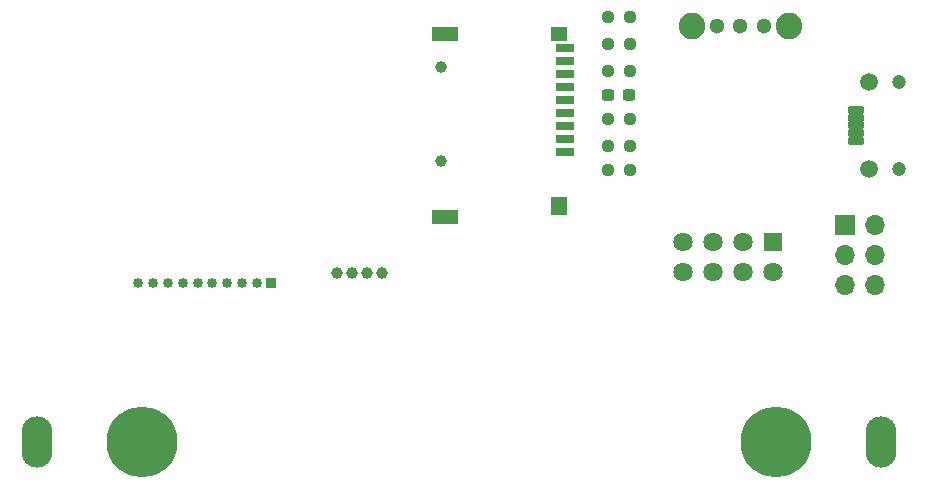
<source format=gbr>
%TF.GenerationSoftware,KiCad,Pcbnew,7.0.8*%
%TF.CreationDate,2023-11-09T17:42:37+01:00*%
%TF.ProjectId,Suspension_telemetry,53757370-656e-4736-996f-6e5f74656c65,rev?*%
%TF.SameCoordinates,Original*%
%TF.FileFunction,Soldermask,Top*%
%TF.FilePolarity,Negative*%
%FSLAX46Y46*%
G04 Gerber Fmt 4.6, Leading zero omitted, Abs format (unit mm)*
G04 Created by KiCad (PCBNEW 7.0.8) date 2023-11-09 17:42:37*
%MOMM*%
%LPD*%
G01*
G04 APERTURE LIST*
G04 Aperture macros list*
%AMRoundRect*
0 Rectangle with rounded corners*
0 $1 Rounding radius*
0 $2 $3 $4 $5 $6 $7 $8 $9 X,Y pos of 4 corners*
0 Add a 4 corners polygon primitive as box body*
4,1,4,$2,$3,$4,$5,$6,$7,$8,$9,$2,$3,0*
0 Add four circle primitives for the rounded corners*
1,1,$1+$1,$2,$3*
1,1,$1+$1,$4,$5*
1,1,$1+$1,$6,$7*
1,1,$1+$1,$8,$9*
0 Add four rect primitives between the rounded corners*
20,1,$1+$1,$2,$3,$4,$5,0*
20,1,$1+$1,$4,$5,$6,$7,0*
20,1,$1+$1,$6,$7,$8,$9,0*
20,1,$1+$1,$8,$9,$2,$3,0*%
G04 Aperture macros list end*
%ADD10R,0.850000X0.850000*%
%ADD11C,0.850000*%
%ADD12RoundRect,0.237500X-0.250000X-0.237500X0.250000X-0.237500X0.250000X0.237500X-0.250000X0.237500X0*%
%ADD13C,1.300000*%
%ADD14C,2.250000*%
%ADD15R,1.700000X1.700000*%
%ADD16O,1.700000X1.700000*%
%ADD17RoundRect,0.237500X-0.300000X-0.237500X0.300000X-0.237500X0.300000X0.237500X-0.300000X0.237500X0*%
%ADD18RoundRect,0.102000X0.600000X-0.225000X0.600000X0.225000X-0.600000X0.225000X-0.600000X-0.225000X0*%
%ADD19C,1.504000*%
%ADD20C,1.204000*%
%ADD21C,1.000000*%
%ADD22R,1.600000X0.700000*%
%ADD23R,1.400000X1.200000*%
%ADD24R,1.400000X1.600000*%
%ADD25R,2.200000X1.200000*%
%ADD26C,6.000000*%
%ADD27O,2.604000X4.344000*%
%ADD28R,1.635000X1.635000*%
%ADD29C,1.635000*%
G04 APERTURE END LIST*
D10*
%TO.C,J4*%
X91862200Y-96442000D03*
D11*
X90612200Y-96442000D03*
X89362200Y-96442000D03*
X88112200Y-96442000D03*
X86862200Y-96442000D03*
X85612200Y-96442000D03*
X84362200Y-96442000D03*
X83112200Y-96442000D03*
X81862200Y-96442000D03*
X80612200Y-96442000D03*
%TD*%
D12*
%TO.C,R15*%
X120367900Y-84834000D03*
X122192900Y-84834000D03*
%TD*%
D13*
%TO.C,S1*%
X133572000Y-74676000D03*
X131572000Y-74676000D03*
X129572000Y-74676000D03*
D14*
X135672000Y-74676000D03*
X127472000Y-74676000D03*
%TD*%
D15*
%TO.C,J7*%
X140468400Y-91455000D03*
D16*
X143008400Y-91455000D03*
X140468400Y-93995000D03*
X143008400Y-93995000D03*
X140468400Y-96535000D03*
X143008400Y-96535000D03*
%TD*%
D12*
%TO.C,R14*%
X120367900Y-78486000D03*
X122192900Y-78486000D03*
%TD*%
D17*
%TO.C,C25*%
X120394400Y-80516000D03*
X122119400Y-80516000D03*
%TD*%
D12*
%TO.C,R17*%
X120367900Y-76200000D03*
X122192900Y-76200000D03*
%TD*%
D18*
%TO.C,J1*%
X141344000Y-84358000D03*
X141344000Y-83708000D03*
X141344000Y-83058000D03*
X141344000Y-82408000D03*
X141344000Y-81758000D03*
D19*
X142494000Y-86758000D03*
X142494000Y-79358000D03*
D20*
X144994000Y-86758000D03*
X144994000Y-79358000D03*
%TD*%
D21*
%TO.C,J3*%
X106183400Y-78106000D03*
X106183400Y-86106000D03*
D22*
X116683400Y-85306000D03*
X116683400Y-84206000D03*
X116683400Y-83106000D03*
X116683400Y-82006000D03*
X116683400Y-80906000D03*
X116683400Y-79806000D03*
X116683400Y-78706000D03*
X116683400Y-77606000D03*
X116683400Y-76506000D03*
D23*
X116183400Y-75306000D03*
D24*
X116183400Y-89906000D03*
D25*
X106583400Y-90806000D03*
X106583400Y-75306000D03*
%TD*%
D12*
%TO.C,R13*%
X120367900Y-82548000D03*
X122192900Y-82548000D03*
%TD*%
D26*
%TO.C,BT2*%
X134610400Y-109855000D03*
X80910400Y-109855000D03*
D27*
X143460400Y-109855000D03*
X72060400Y-109855000D03*
%TD*%
D12*
%TO.C,R16*%
X120367900Y-86866000D03*
X122192900Y-86866000D03*
%TD*%
%TO.C,R18*%
X120367900Y-73914000D03*
X122192900Y-73914000D03*
%TD*%
D21*
%TO.C,J2*%
X97450400Y-95562000D03*
X98700400Y-95562000D03*
X99950400Y-95562000D03*
X101200400Y-95562000D03*
%TD*%
D28*
%TO.C,J5*%
X134366000Y-92964000D03*
D29*
X134366000Y-95504000D03*
X131826000Y-92964000D03*
X131826000Y-95504000D03*
X129286000Y-92964000D03*
X129286000Y-95504000D03*
X126746000Y-92964000D03*
X126746000Y-95504000D03*
%TD*%
M02*

</source>
